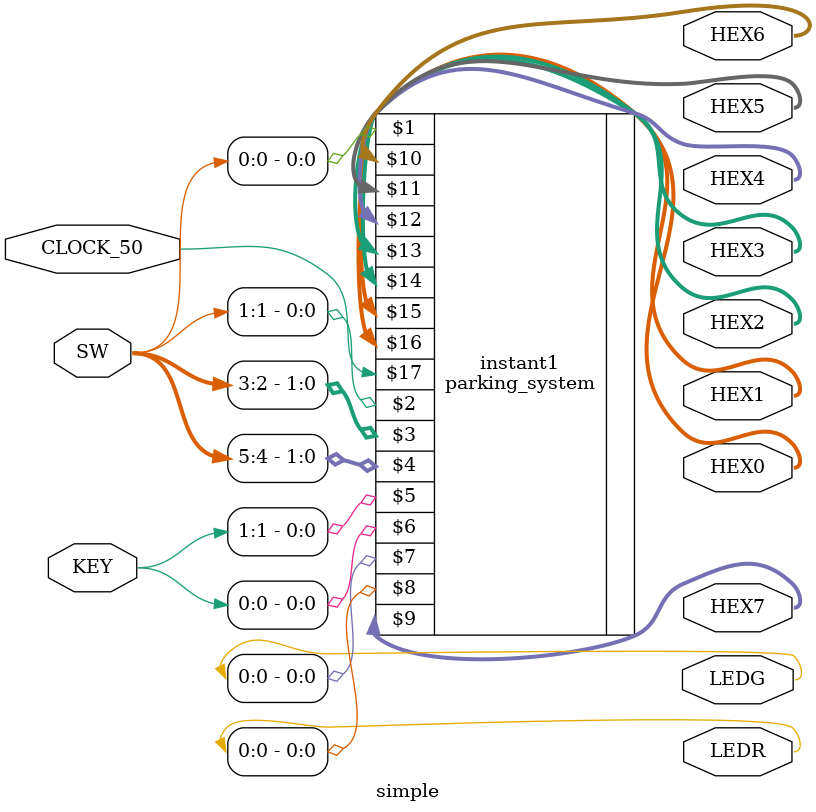
<source format=v>

module simple (SW, LEDR,HEX0,HEX1,HEX2,HEX3,HEX4,HEX5,HEX6,HEX7,KEY,CLOCK_50, LEDG); //Main Module
//pin assignment
input [5:0] SW; // Toggle switches
input [1:0] KEY;
input CLOCK_50;
output [7:0]LEDR; //Red LEDs
output [7:0]LEDG;
output [6:0] HEX0,HEX1,HEX2,HEX3,HEX4,HEX5,HEX6,HEX7; //LCD 7-Segment

parking_system instant1(SW[0],SW[1],SW[3:2],SW[5:4],KEY[1],KEY[0],LEDG[0],LEDR[0],HEX7,HEX6,HEX5,HEX4,HEX3,HEX2,HEX1,HEX0,CLOCK_50);

endmodule
</source>
